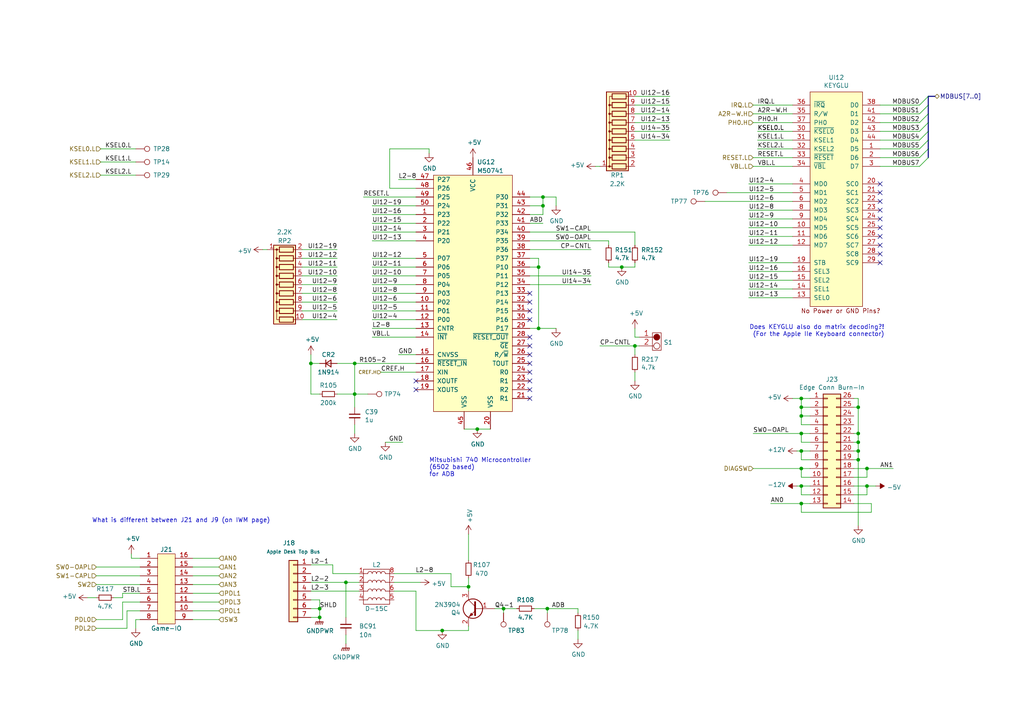
<source format=kicad_sch>
(kicad_sch (version 20211123) (generator eeschema)
  (paper "A4")
  (title_block (title "UG12, Keyboard GLU, Burn-In, Gameport") (rev "2") (company "bald.ee/bitpreserve") (comment 1 "ROM3 / 1 Mb IIgs") (comment 2 "Redrawn by james@baldengineer"))
  (lib_symbols
    (symbol "Connector:TestPoint" (pin_numbers hide) (pin_names (offset 0.762) hide)
      (property "Reference" "TP" (at 0 6.858 0))
      (property "Value" "TestPoint" (at 0 5.08 0))
      (symbol "TestPoint_1_1"
        (pin passive line (at 0 0 90) (length 2.54) (name "1") (number "1"))
      )
    )
    (symbol "Connector_Generic:Conn_01x07" (pin_names (offset 1.016) hide)
      (property "Reference" "J" (at 0 10.16 0))
      (property "Value" "Conn_01x07" (at 0 -10.16 0))
      (symbol "Conn_01x07_1_1"
        (pin passive line (at -5.08 7.62 0) (length 3.81) (name "Pin_1") (number "1"))
        (pin passive line (at -5.08 5.08 0) (length 3.81) (name "Pin_2") (number "2"))
        (pin passive line (at -5.08 2.54 0) (length 3.81) (name "Pin_3") (number "3"))
        (pin passive line (at -5.08 0 0) (length 3.81) (name "Pin_4") (number "4"))
        (pin passive line (at -5.08 -2.54 0) (length 3.81) (name "Pin_5") (number "5"))
        (pin passive line (at -5.08 -5.08 0) (length 3.81) (name "Pin_6") (number "6"))
        (pin passive line (at -5.08 -7.62 0) (length 3.81) (name "Pin_7") (number "7"))
      )
    )
    (symbol "Connector_Generic:Conn_02x13_Counter_Clockwise" (pin_names (offset 1.016) hide)
      (property "Reference" "J" (at 1.27 17.78 0))
      (property "Value" "Conn_02x13_Counter_Clockwise" (at 1.27 -17.78 0))
      (symbol "Conn_02x13_Counter_Clockwise_1_1"
        (pin passive line (at -5.08 15.24 0) (length 3.81) (name "Pin_1") (number "1"))
        (pin passive line (at -5.08 -7.62 0) (length 3.81) (name "Pin_10") (number "10"))
        (pin passive line (at -5.08 -10.16 0) (length 3.81) (name "Pin_11") (number "11"))
        (pin passive line (at -5.08 -12.7 0) (length 3.81) (name "Pin_12") (number "12"))
        (pin passive line (at -5.08 -15.24 0) (length 3.81) (name "Pin_13") (number "13"))
        (pin passive line (at 7.62 -15.24 180) (length 3.81) (name "Pin_14") (number "14"))
        (pin passive line (at 7.62 -12.7 180) (length 3.81) (name "Pin_15") (number "15"))
        (pin passive line (at 7.62 -10.16 180) (length 3.81) (name "Pin_16") (number "16"))
        (pin passive line (at 7.62 -7.62 180) (length 3.81) (name "Pin_17") (number "17"))
        (pin passive line (at 7.62 -5.08 180) (length 3.81) (name "Pin_18") (number "18"))
        (pin passive line (at 7.62 -2.54 180) (length 3.81) (name "Pin_19") (number "19"))
        (pin passive line (at -5.08 12.7 0) (length 3.81) (name "Pin_2") (number "2"))
        (pin passive line (at 7.62 0 180) (length 3.81) (name "Pin_20") (number "20"))
        (pin passive line (at 7.62 2.54 180) (length 3.81) (name "Pin_21") (number "21"))
        (pin passive line (at 7.62 5.08 180) (length 3.81) (name "Pin_22") (number "22"))
        (pin passive line (at 7.62 7.62 180) (length 3.81) (name "Pin_23") (number "23"))
        (pin passive line (at 7.62 10.16 180) (length 3.81) (name "Pin_24") (number "24"))
        (pin passive line (at 7.62 12.7 180) (length 3.81) (name "Pin_25") (number "25"))
        (pin passive line (at 7.62 15.24 180) (length 3.81) (name "Pin_26") (number "26"))
        (pin passive line (at -5.08 10.16 0) (length 3.81) (name "Pin_3") (number "3"))
        (pin passive line (at -5.08 7.62 0) (length 3.81) (name "Pin_4") (number "4"))
        (pin passive line (at -5.08 5.08 0) (length 3.81) (name "Pin_5") (number "5"))
        (pin passive line (at -5.08 2.54 0) (length 3.81) (name "Pin_6") (number "6"))
        (pin passive line (at -5.08 0 0) (length 3.81) (name "Pin_7") (number "7"))
        (pin passive line (at -5.08 -2.54 0) (length 3.81) (name "Pin_8") (number "8"))
        (pin passive line (at -5.08 -5.08 0) (length 3.81) (name "Pin_9") (number "9"))
      )
    )
    (symbol "Device:C_Small" (pin_numbers hide) (pin_names (offset 0.254) hide)
      (property "Reference" "C" (at 0.254 1.778 0))
      (property "Value" "C_Small" (at 0.254 -2.032 0))
      (symbol "C_Small_1_1"
        (pin passive line (at 0 2.54 270) (length 2.032) (name "~") (number "1"))
        (pin passive line (at 0 -2.54 90) (length 2.032) (name "~") (number "2"))
      )
    )
    (symbol "Device:D_Small" (pin_numbers hide) (pin_names (offset 0.254) hide)
      (property "Reference" "D" (at -1.27 2.032 0))
      (property "Value" "D_Small" (at -3.81 -2.032 0))
      (symbol "D_Small_1_1"
        (pin passive line (at -2.54 0 0) (length 1.778) (name "K") (number "1"))
        (pin passive line (at 2.54 0 180) (length 1.778) (name "A") (number "2"))
      )
    )
    (symbol "Device:Q_NPN_BEC" (pin_names (offset 0) hide)
      (property "Reference" "Q" (at 5.08 1.27 0))
      (property "Value" "Q_NPN_BEC" (at 5.08 -1.27 0))
      (symbol "Q_NPN_BEC_1_1"
        (pin input line (at -5.08 0 0) (length 5.715) (name "B") (number "1"))
        (pin passive line (at 2.54 -5.08 90) (length 2.54) (name "E") (number "2"))
        (pin passive line (at 2.54 5.08 270) (length 2.54) (name "C") (number "3"))
      )
    )
    (symbol "Device:R_Network09" (pin_names (offset 0) hide)
      (property "Reference" "RN" (at -12.7 0 90))
      (property "Value" "R_Network09" (at 12.7 0 90))
      (symbol "R_Network09_1_1"
        (pin passive line (at -10.16 5.08 270) (length 2.54) (name "common") (number "1"))
        (pin passive line (at 10.16 -5.08 90) (length 1.27) (name "R9") (number "10"))
        (pin passive line (at -10.16 -5.08 90) (length 1.27) (name "R1") (number "2"))
        (pin passive line (at -7.62 -5.08 90) (length 1.27) (name "R2") (number "3"))
        (pin passive line (at -5.08 -5.08 90) (length 1.27) (name "R3") (number "4"))
        (pin passive line (at -2.54 -5.08 90) (length 1.27) (name "R4") (number "5"))
        (pin passive line (at 0 -5.08 90) (length 1.27) (name "R5") (number "6"))
        (pin passive line (at 2.54 -5.08 90) (length 1.27) (name "R6") (number "7"))
        (pin passive line (at 5.08 -5.08 90) (length 1.27) (name "R7") (number "8"))
        (pin passive line (at 7.62 -5.08 90) (length 1.27) (name "R8") (number "9"))
      )
    )
    (symbol "Device:R_Small" (pin_numbers hide) (pin_names (offset 0.254) hide)
      (property "Reference" "R" (at 0.762 0.508 0))
      (property "Value" "R_Small" (at 0.762 -1.016 0))
      (symbol "R_Small_1_1"
        (pin passive line (at 0 2.54 270) (length 0.762) (name "~") (number "1"))
        (pin passive line (at 0 -2.54 90) (length 0.762) (name "~") (number "2"))
      )
    )
    (symbol "IIgs-Schematic-rescue:L-Pack-IIgs-Schematic-IIgs-Schematic-rescue" (pin_names (offset 0.0254) hide)
      (property "Reference" "L" (at -2.54 6.35 0))
      (property "Value" "IIgs-Schematic-rescue_L-Pack-IIgs-Schematic-IIgs-Schematic-rescue" (at 0 -6.35 0))
      (symbol "L-Pack-IIgs-Schematic-IIgs-Schematic-rescue_1_1"
        (pin passive line (at -5.08 3.81 0) (length 1.27) (name "1") (number "1"))
        (pin passive line (at -5.08 1.27 0) (length 1.27) (name "2") (number "2"))
        (pin passive line (at -5.08 -1.27 0) (length 1.27) (name "3") (number "3"))
        (pin passive line (at -5.08 -3.81 0) (length 1.27) (name "4") (number "4"))
        (pin passive line (at 5.08 -3.81 180) (length 1.27) (name "5") (number "5"))
        (pin passive line (at 5.08 -1.27 180) (length 1.27) (name "6") (number "6"))
        (pin passive line (at 5.08 1.27 180) (length 1.27) (name "7") (number "7"))
        (pin passive line (at 5.08 3.81 180) (length 1.27) (name "8") (number "8"))
      )
    )
    (symbol "IIgs-Schematic-rescue:M02-freetronics_schematic-IIgs-Schematic-rescue" (pin_names (offset 0.762) hide)
      (property "Reference" "JP" (at -2.54 2.54 0))
      (property "Value" "IIgs-Schematic-rescue_M02-freetronics_schematic-IIgs-Schematic-rescue" (at -2.54 -5.08 0))
      (symbol "M02-freetronics_schematic-IIgs-Schematic-rescue_0_1"
        (pin passive line (at -7.62 0 0) (length 4.191) (name "1") (number "1"))
        (pin passive line (at -7.62 -2.54 0) (length 4.191) (name "2") (number "2"))
      )
    )
    (symbol "IIgs-Schematic:Game-IO" (pin_names (offset 1.016))
      (property "Reference" "J" (at 0 13.97 0))
      (property "Value" "Game-IO" (at 0 11.43 0))
      (symbol "Game-IO_1_1"
        (pin input line (at -7.62 8.89 0) (length 5.08) (name "~") (number "1"))
        (pin input line (at 7.62 -6.35 180) (length 5.08) (name "~") (number "10"))
        (pin input line (at 7.62 -3.81 180) (length 5.08) (name "~") (number "11"))
        (pin input line (at 7.62 -1.27 180) (length 5.08) (name "~") (number "12"))
        (pin input line (at 7.62 1.27 180) (length 5.08) (name "~") (number "13"))
        (pin input line (at 7.62 3.81 180) (length 5.08) (name "~") (number "14"))
        (pin input line (at 7.62 6.35 180) (length 5.08) (name "~") (number "15"))
        (pin input line (at 7.62 8.89 180) (length 5.08) (name "~") (number "16"))
        (pin input line (at -7.62 6.35 0) (length 5.08) (name "~") (number "2"))
        (pin input line (at -7.62 3.81 0) (length 5.08) (name "~") (number "3"))
        (pin input line (at -7.62 1.27 0) (length 5.08) (name "~") (number "4"))
        (pin input line (at -7.62 -1.27 0) (length 5.08) (name "~") (number "5"))
        (pin input line (at -7.62 -3.81 0) (length 5.08) (name "~") (number "6"))
        (pin input line (at -7.62 -6.35 0) (length 5.08) (name "~") (number "7"))
        (pin input line (at -7.62 -8.89 0) (length 5.08) (name "~") (number "8"))
        (pin input line (at 7.62 -8.89 180) (length 5.08) (name "~") (number "9"))
      )
    )
    (symbol "IIgs-Schematic:KEYGLU" (pin_names (offset 1.016))
      (property "Reference" "U" (at -7.62 34.29 0))
      (property "Value" "KEYGLU" (at -7.62 31.75 0))
      (symbol "KEYGLU_0_0"
        (text "No Power or GND Pins?" (at 1.27 -33.02 0) (effects (font (size 1.27 1.27))))
      )
      (symbol "KEYGLU_1_1"
        (pin input line (at 12.7 13.97 180) (length 5.08) (name "D5") (number "1"))
        (pin input line (at -12.7 -8.89 0) (length 5.08) (name "MD5") (number "10"))
        (pin input line (at -12.7 -11.43 0) (length 5.08) (name "MD6") (number "11"))
        (pin input line (at -12.7 -13.97 0) (length 5.08) (name "MD7") (number "12"))
        (pin input line (at -12.7 -29.21 0) (length 5.08) (name "SEL0") (number "13"))
        (pin input line (at -12.7 -26.67 0) (length 5.08) (name "SEL1") (number "14"))
        (pin input line (at -12.7 -24.13 0) (length 5.08) (name "SEL2") (number "15"))
        (pin input line (at -12.7 -21.59 0) (length 5.08) (name "SEL3") (number "16"))
        (pin input line (at -12.7 -19.05 0) (length 5.08) (name "STB") (number "19"))
        (pin input line (at 12.7 11.43 180) (length 5.08) (name "D6") (number "2"))
        (pin input line (at 12.7 3.81 180) (length 5.08) (name "SC0") (number "20"))
        (pin input line (at 12.7 1.27 180) (length 5.08) (name "SC1") (number "21"))
        (pin input line (at 12.7 -1.27 180) (length 5.08) (name "SC2") (number "22"))
        (pin input line (at 12.7 -3.81 180) (length 5.08) (name "SC3") (number "23"))
        (pin input line (at 12.7 -6.35 180) (length 5.08) (name "SC4") (number "24"))
        (pin input line (at 12.7 -8.89 180) (length 5.08) (name "SC5") (number "25"))
        (pin input line (at 12.7 -11.43 180) (length 5.08) (name "SC6") (number "26"))
        (pin input line (at 12.7 -13.97 180) (length 5.08) (name "SC7") (number "27"))
        (pin input line (at 12.7 -16.51 180) (length 5.08) (name "SC8") (number "28"))
        (pin input line (at 12.7 -19.05 180) (length 5.08) (name "SC9") (number "29"))
        (pin input line (at 12.7 8.89 180) (length 5.08) (name "D7") (number "3"))
        (pin input line (at -12.7 19.05 0) (length 5.08) (name "~{KSEL0}") (number "30"))
        (pin input line (at -12.7 16.51 0) (length 5.08) (name "KSEL1") (number "31"))
        (pin input line (at -12.7 13.97 0) (length 5.08) (name "KSEL2") (number "32"))
        (pin input line (at -12.7 11.43 0) (length 5.08) (name "~{RESET}") (number "33"))
        (pin input line (at -12.7 8.89 0) (length 5.08) (name "~{VBL}") (number "34"))
        (pin input line (at -12.7 24.13 0) (length 5.08) (name "R/W") (number "35"))
        (pin input line (at -12.7 26.67 0) (length 5.08) (name "~{IRQ}") (number "36"))
        (pin input line (at -12.7 21.59 0) (length 5.08) (name "PH0") (number "37"))
        (pin input line (at 12.7 26.67 180) (length 5.08) (name "D0") (number "38"))
        (pin input line (at -12.7 3.81 0) (length 5.08) (name "MD0") (number "4"))
        (pin input line (at 12.7 24.13 180) (length 5.08) (name "D1") (number "41"))
        (pin input line (at 12.7 21.59 180) (length 5.08) (name "D2") (number "42"))
        (pin input line (at 12.7 19.05 180) (length 5.08) (name "D3") (number "43"))
        (pin input line (at 12.7 16.51 180) (length 5.08) (name "D4") (number "44"))
        (pin input line (at -12.7 1.27 0) (length 5.08) (name "MD1") (number "5"))
        (pin input line (at -12.7 -1.27 0) (length 5.08) (name "MD2") (number "6"))
        (pin input line (at -12.7 -3.81 0) (length 5.08) (name "MD3") (number "8"))
        (pin input line (at -12.7 -6.35 0) (length 5.08) (name "MD4") (number "9"))
      )
    )
    (symbol "IIgs-Schematic:M50741" (pin_names (offset 1.016))
      (property "Reference" "U" (at -11.43 38.1 0))
      (property "Value" "M50741" (at -11.43 35.56 0))
      (symbol "M50741_1_1"
        (pin input line (at -16.51 21.59 0) (length 5.08) (name "P23") (number "1"))
        (pin input line (at -16.51 -3.81 0) (length 5.08) (name "P02") (number "10"))
        (pin input line (at -16.51 -6.35 0) (length 5.08) (name "P01") (number "11"))
        (pin input line (at -16.51 -8.89 0) (length 5.08) (name "P00") (number "12"))
        (pin input line (at -16.51 -11.43 0) (length 5.08) (name "CNTR") (number "13"))
        (pin input line (at -16.51 -13.97 0) (length 5.08) (name "~{INT}") (number "14"))
        (pin input line (at -16.51 -19.05 0) (length 5.08) (name "CNVSS") (number "15"))
        (pin input line (at -16.51 -21.59 0) (length 5.08) (name "~{RESET_IN}") (number "16"))
        (pin input line (at -16.51 -24.13 0) (length 5.08) (name "XIN") (number "17"))
        (pin input line (at -16.51 -26.67 0) (length 5.08) (name "XOUTF") (number "18"))
        (pin input line (at -16.51 -29.21 0) (length 5.08) (name "XOUTS") (number "19"))
        (pin input line (at -16.51 19.05 0) (length 5.08) (name "P22") (number "2"))
        (pin input line (at 5.08 -40.64 90) (length 5.08) (name "VSS") (number "20"))
        (pin input line (at 16.51 -31.75 180) (length 5.08) (name "R1") (number "21"))
        (pin input line (at 16.51 -29.21 180) (length 5.08) (name "R2") (number "22"))
        (pin input line (at 16.51 -26.67 180) (length 5.08) (name "R1") (number "23"))
        (pin input line (at 16.51 -24.13 180) (length 5.08) (name "R0") (number "24"))
        (pin input line (at 16.51 -21.59 180) (length 5.08) (name "TOUT") (number "25"))
        (pin input line (at 16.51 -19.05 180) (length 5.08) (name "R/~{W}") (number "26"))
        (pin input line (at 16.51 -16.51 180) (length 5.08) (name "~{GE}") (number "27"))
        (pin input line (at 16.51 -13.97 180) (length 5.08) (name "~{RESET_OUT}") (number "28"))
        (pin input line (at 16.51 -11.43 180) (length 5.08) (name "P17") (number "29"))
        (pin input line (at -16.51 16.51 0) (length 5.08) (name "P21") (number "3"))
        (pin input line (at 16.51 -8.89 180) (length 5.08) (name "P16") (number "30"))
        (pin input line (at 16.51 -6.35 180) (length 5.08) (name "P15") (number "31"))
        (pin input line (at 16.51 -3.81 180) (length 5.08) (name "P14") (number "32"))
        (pin input line (at 16.51 -1.27 180) (length 5.08) (name "P13") (number "33"))
        (pin input line (at 16.51 1.27 180) (length 5.08) (name "P12") (number "34"))
        (pin input line (at 16.51 3.81 180) (length 5.08) (name "P11") (number "35"))
        (pin input line (at 16.51 6.35 180) (length 5.08) (name "P10") (number "36"))
        (pin input line (at 16.51 8.89 180) (length 5.08) (name "P37") (number "37"))
        (pin input line (at 16.51 11.43 180) (length 5.08) (name "P36") (number "38"))
        (pin input line (at 16.51 13.97 180) (length 5.08) (name "P35") (number "39"))
        (pin input line (at -16.51 13.97 0) (length 5.08) (name "P20") (number "4"))
        (pin input line (at 16.51 16.51 180) (length 5.08) (name "P34") (number "40"))
        (pin input line (at 16.51 19.05 180) (length 5.08) (name "P33") (number "41"))
        (pin input line (at 16.51 21.59 180) (length 5.08) (name "P32") (number "42"))
        (pin input line (at 16.51 24.13 180) (length 5.08) (name "P31") (number "43"))
        (pin input line (at 16.51 26.67 180) (length 5.08) (name "P30") (number "44"))
        (pin input line (at -2.54 -40.64 90) (length 5.08) (name "VSS") (number "45"))
        (pin input line (at 0 38.1 270) (length 5.08) (name "VCC") (number "46"))
        (pin input line (at -16.51 31.75 0) (length 5.08) (name "P27") (number "47"))
        (pin input line (at -16.51 29.21 0) (length 5.08) (name "P26") (number "48"))
        (pin input line (at -16.51 26.67 0) (length 5.08) (name "P25") (number "49"))
        (pin input line (at -16.51 8.89 0) (length 5.08) (name "P07") (number "5"))
        (pin input line (at -16.51 24.13 0) (length 5.08) (name "P24") (number "50"))
        (pin input line (at -16.51 6.35 0) (length 5.08) (name "P06") (number "6"))
        (pin input line (at -16.51 3.81 0) (length 5.08) (name "P05") (number "7"))
        (pin input line (at -16.51 1.27 0) (length 5.08) (name "P04") (number "8"))
        (pin input line (at -16.51 -1.27 0) (length 5.08) (name "P03") (number "9"))
      )
    )
    (symbol "power:+12V" (power) (pin_names (offset 0))
      (property "Value" "+12V" (at 0 3.556 0))
      (symbol "+12V_1_1"
        (pin power_in line (at 0 0 90) (length 0) hide (name "+12V") (number "1"))
      )
    )
    (symbol "power:+5V" (power) (pin_names (offset 0))
      (property "Value" "+5V" (at 0 3.556 0))
      (symbol "+5V_1_1"
        (pin power_in line (at 0 0 90) (length 0) hide (name "+5V") (number "1"))
      )
    )
    (symbol "power:-12V" (power) (pin_names (offset 0))
      (property "Value" "-12V" (at 0 3.81 0))
      (symbol "-12V_0_0"
        (pin power_in line (at 0 0 90) (length 0) hide (name "-12V") (number "1"))
      )
    )
    (symbol "power:-5V" (power) (pin_names (offset 0))
      (property "Value" "-5V" (at 0 3.81 0))
      (symbol "-5V_0_0"
        (pin power_in line (at 0 0 90) (length 0) hide (name "-5V") (number "1"))
      )
    )
    (symbol "power:GND" (power) (pin_names (offset 0))
      (property "Value" "GND" (at 0 -3.81 0))
      (symbol "GND_1_1"
        (pin power_in line (at 0 0 270) (length 0) hide (name "GND") (number "1"))
      )
    )
    (symbol "power:GNDPWR" (power) (pin_names (offset 0))
      (property "Value" "GNDPWR" (at 0 -3.302 0))
      (symbol "GNDPWR_1_1"
        (pin power_in line (at 0 0 270) (length 0) hide (name "GNDPWR") (number "1"))
      )
    )
  )
  (junction (at 102.87 105.41))
  (junction (at 92.71 176.53))
  (junction (at 184.15 100.33))
  (junction (at 232.41 118.11))
  (junction (at 180.34 77.47))
  (junction (at 100.33 168.91))
  (junction (at 158.75 176.53))
  (junction (at 232.41 130.81))
  (junction (at 92.71 179.07))
  (junction (at 248.92 118.11))
  (junction (at 156.21 77.47))
  (junction (at 232.41 125.73))
  (junction (at 157.48 57.15))
  (junction (at 251.46 140.97))
  (junction (at 232.41 135.89))
  (junction (at 102.87 114.3))
  (junction (at 128.27 182.88))
  (junction (at 251.46 135.89))
  (junction (at 156.21 95.25))
  (junction (at 232.41 115.57))
  (junction (at 90.17 105.41))
  (junction (at 232.41 146.05))
  (junction (at 232.41 120.65))
  (junction (at 157.48 59.69))
  (junction (at 248.92 130.81))
  (junction (at 248.92 128.27))
  (junction (at 138.43 124.46))
  (junction (at 248.92 125.73))
  (junction (at 232.41 140.97))
  (junction (at 146.05 176.53))
  (junction (at 248.92 133.35))
  (junction (at 135.89 170.18))
  (no_connect (at 255.27 53.34))
  (no_connect (at 255.27 68.58))
  (no_connect (at 153.67 97.79))
  (no_connect (at 255.27 76.2))
  (no_connect (at 153.67 107.95))
  (no_connect (at 255.27 73.66))
  (no_connect (at 255.27 71.12))
  (no_connect (at 255.27 66.04))
  (no_connect (at 153.67 105.41))
  (no_connect (at 255.27 58.42))
  (no_connect (at 255.27 55.88))
  (no_connect (at 255.27 60.96))
  (no_connect (at 255.27 63.5))
  (no_connect (at 153.67 102.87))
  (no_connect (at 153.67 115.57))
  (no_connect (at 153.67 92.71))
  (no_connect (at 153.67 85.09))
  (no_connect (at 153.67 100.33))
  (no_connect (at 120.65 113.03))
  (no_connect (at 153.67 90.17))
  (no_connect (at 153.67 110.49))
  (no_connect (at 120.65 110.49))
  (no_connect (at 153.67 113.03))
  (no_connect (at 153.67 87.63))
  (bus_entry (at 266.7 33.02) (size 2.54 -2.54))
  (bus_entry (at 266.7 45.72) (size 2.54 -2.54))
  (bus_entry (at 266.7 48.26) (size 2.54 -2.54))
  (bus_entry (at 266.7 35.56) (size 2.54 -2.54))
  (bus_entry (at 266.7 40.64) (size 2.54 -2.54))
  (bus_entry (at 266.7 38.1) (size 2.54 -2.54))
  (bus_entry (at 266.7 30.48) (size 2.54 -2.54))
  (bus_entry (at 266.7 43.18) (size 2.54 -2.54))
  (wire (pts (xy 184.15 97.79) (xy 184.15 95.25)))
  (wire (pts (xy 90.17 114.3) (xy 92.71 114.3)))
  (wire (pts (xy 167.64 182.88) (xy 167.64 185.42)))
  (wire (pts (xy 157.48 57.15) (xy 157.48 59.69)))
  (wire (pts (xy 157.48 59.69) (xy 153.67 59.69)))
  (wire (pts (xy 247.65 130.81) (xy 248.92 130.81)))
  (wire (pts (xy 33.02 173.355) (xy 35.56 173.355)))
  (wire (pts (xy 184.15 38.1) (xy 194.31 38.1)))
  (wire (pts (xy 92.71 176.53) (xy 90.17 176.53)))
  (wire (pts (xy 130.81 166.37) (xy 130.81 170.18)))
  (wire (pts (xy 87.63 80.01) (xy 97.79 80.01)))
  (wire (pts (xy 96.52 166.37) (xy 104.14 166.37)))
  (wire (pts (xy 248.92 125.73) (xy 248.92 118.11)))
  (wire (pts (xy 158.75 176.53) (xy 167.64 176.53)))
  (wire (pts (xy 63.5 179.705) (xy 55.88 179.705)))
  (wire (pts (xy 107.95 97.79) (xy 120.65 97.79)))
  (wire (pts (xy 232.41 143.51) (xy 232.41 140.97)))
  (wire (pts (xy 185.42 97.79) (xy 184.15 97.79)))
  (wire (pts (xy 229.87 66.04) (xy 217.17 66.04)))
  (wire (pts (xy 120.65 85.09) (xy 107.95 85.09)))
  (wire (pts (xy 266.7 30.48) (xy 255.27 30.48)))
  (wire (pts (xy 87.63 77.47) (xy 97.79 77.47)))
  (wire (pts (xy 254 140.97) (xy 251.46 140.97)))
  (wire (pts (xy 153.67 64.77) (xy 157.48 64.77)))
  (wire (pts (xy 218.44 33.02) (xy 229.87 33.02)))
  (wire (pts (xy 219.71 43.18) (xy 229.87 43.18)))
  (wire (pts (xy 115.57 52.07) (xy 120.65 52.07)))
  (wire (pts (xy 157.48 62.23) (xy 157.48 59.69)))
  (wire (pts (xy 266.7 33.02) (xy 255.27 33.02)))
  (wire (pts (xy 120.65 54.61) (xy 113.03 54.61)))
  (wire (pts (xy 87.63 72.39) (xy 97.79 72.39)))
  (wire (pts (xy 107.95 69.85) (xy 120.65 69.85)))
  (wire (pts (xy 102.87 114.3) (xy 106.68 114.3)))
  (wire (pts (xy 153.67 82.55) (xy 171.45 82.55)))
  (wire (pts (xy 120.65 82.55) (xy 107.95 82.55)))
  (wire (pts (xy 134.62 124.46) (xy 138.43 124.46)))
  (wire (pts (xy 29.21 46.99) (xy 39.37 46.99)))
  (wire (pts (xy 229.87 76.2) (xy 217.17 76.2)))
  (wire (pts (xy 248.92 118.11) (xy 247.65 118.11)))
  (wire (pts (xy 40.64 174.625) (xy 35.56 174.625)))
  (wire (pts (xy 194.31 35.56) (xy 184.15 35.56)))
  (wire (pts (xy 219.71 38.1) (xy 229.87 38.1)))
  (wire (pts (xy 184.15 100.33) (xy 184.15 102.87)))
  (wire (pts (xy 217.17 81.28) (xy 229.87 81.28)))
  (wire (pts (xy 247.65 125.73) (xy 248.92 125.73)))
  (wire (pts (xy 36.83 182.245) (xy 27.94 182.245)))
  (wire (pts (xy 251.46 143.51) (xy 247.65 143.51)))
  (wire (pts (xy 39.37 179.705) (xy 39.37 182.245)))
  (wire (pts (xy 158.75 177.8) (xy 158.75 176.53)))
  (wire (pts (xy 247.65 146.05) (xy 252.73 146.05)))
  (wire (pts (xy 161.29 57.15) (xy 161.29 59.69)))
  (wire (pts (xy 219.71 40.64) (xy 229.87 40.64)))
  (wire (pts (xy 153.67 72.39) (xy 171.45 72.39)))
  (bus (pts (xy 269.24 35.56) (xy 269.24 33.02)))
  (wire (pts (xy 96.52 163.83) (xy 90.17 163.83)))
  (wire (pts (xy 153.67 69.85) (xy 176.53 69.85)))
  (bus (pts (xy 269.24 27.94) (xy 271.145 27.94)))
  (wire (pts (xy 234.95 123.19) (xy 232.41 123.19)))
  (wire (pts (xy 251.46 140.97) (xy 251.46 143.51)))
  (wire (pts (xy 173.99 48.26) (xy 172.72 48.26)))
  (wire (pts (xy 248.92 130.81) (xy 248.92 128.27)))
  (wire (pts (xy 90.17 102.87) (xy 90.17 105.41)))
  (bus (pts (xy 269.24 45.72) (xy 269.24 43.18)))
  (wire (pts (xy 135.89 182.88) (xy 135.89 181.61)))
  (wire (pts (xy 63.5 161.925) (xy 55.88 161.925)))
  (wire (pts (xy 114.3 168.91) (xy 121.92 168.91)))
  (wire (pts (xy 266.7 45.72) (xy 255.27 45.72)))
  (wire (pts (xy 113.03 43.18) (xy 113.03 54.61)))
  (wire (pts (xy 176.53 69.85) (xy 176.53 71.12)))
  (wire (pts (xy 248.92 133.35) (xy 248.92 152.4)))
  (wire (pts (xy 232.41 125.73) (xy 234.95 125.73)))
  (wire (pts (xy 232.41 115.57) (xy 234.95 115.57)))
  (wire (pts (xy 63.5 169.545) (xy 55.88 169.545)))
  (wire (pts (xy 143.51 176.53) (xy 146.05 176.53)))
  (wire (pts (xy 156.21 77.47) (xy 156.21 95.25)))
  (wire (pts (xy 107.95 95.25) (xy 120.65 95.25)))
  (wire (pts (xy 35.56 173.355) (xy 35.56 172.085)))
  (wire (pts (xy 120.65 87.63) (xy 107.95 87.63)))
  (wire (pts (xy 247.65 140.97) (xy 251.46 140.97)))
  (wire (pts (xy 27.94 169.545) (xy 40.64 169.545)))
  (wire (pts (xy 229.87 63.5) (xy 217.17 63.5)))
  (wire (pts (xy 229.87 60.96) (xy 217.17 60.96)))
  (wire (pts (xy 63.5 167.005) (xy 55.88 167.005)))
  (wire (pts (xy 90.17 179.07) (xy 92.71 179.07)))
  (wire (pts (xy 251.46 135.89) (xy 259.08 135.89)))
  (wire (pts (xy 234.95 138.43) (xy 232.41 138.43)))
  (wire (pts (xy 157.48 57.15) (xy 161.29 57.15)))
  (bus (pts (xy 269.24 43.18) (xy 269.24 40.64)))
  (wire (pts (xy 266.7 38.1) (xy 255.27 38.1)))
  (wire (pts (xy 128.27 182.88) (xy 135.89 182.88)))
  (wire (pts (xy 35.56 174.625) (xy 35.56 179.705)))
  (wire (pts (xy 40.64 179.705) (xy 39.37 179.705)))
  (wire (pts (xy 217.17 53.34) (xy 229.87 53.34)))
  (wire (pts (xy 247.65 133.35) (xy 248.92 133.35)))
  (wire (pts (xy 194.31 40.64) (xy 184.15 40.64)))
  (wire (pts (xy 90.17 105.41) (xy 92.71 105.41)))
  (wire (pts (xy 234.95 118.11) (xy 232.41 118.11)))
  (wire (pts (xy 135.89 170.18) (xy 135.89 171.45)))
  (wire (pts (xy 180.34 77.47) (xy 184.15 77.47)))
  (wire (pts (xy 107.95 62.23) (xy 120.65 62.23)))
  (wire (pts (xy 107.95 77.47) (xy 120.65 77.47)))
  (wire (pts (xy 110.49 107.95) (xy 120.65 107.95)))
  (wire (pts (xy 97.79 105.41) (xy 102.87 105.41)))
  (wire (pts (xy 100.33 168.91) (xy 100.33 179.07)))
  (wire (pts (xy 29.21 43.18) (xy 39.37 43.18)))
  (wire (pts (xy 35.56 172.085) (xy 40.64 172.085)))
  (wire (pts (xy 87.63 85.09) (xy 97.79 85.09)))
  (wire (pts (xy 153.67 74.93) (xy 156.21 74.93)))
  (bus (pts (xy 269.24 33.02) (xy 269.24 30.48)))
  (wire (pts (xy 232.41 120.65) (xy 232.41 118.11)))
  (wire (pts (xy 120.65 59.69) (xy 107.95 59.69)))
  (wire (pts (xy 120.65 182.88) (xy 128.27 182.88)))
  (wire (pts (xy 107.95 67.31) (xy 120.65 67.31)))
  (wire (pts (xy 63.5 177.165) (xy 55.88 177.165)))
  (wire (pts (xy 223.52 146.05) (xy 232.41 146.05)))
  (wire (pts (xy 40.64 177.165) (xy 36.83 177.165)))
  (wire (pts (xy 252.73 146.05) (xy 252.73 148.59)))
  (wire (pts (xy 38.1 161.925) (xy 38.1 160.655)))
  (wire (pts (xy 146.05 176.53) (xy 149.86 176.53)))
  (wire (pts (xy 102.87 114.3) (xy 102.87 118.11)))
  (wire (pts (xy 204.47 58.42) (xy 229.87 58.42)))
  (wire (pts (xy 234.95 120.65) (xy 232.41 120.65)))
  (wire (pts (xy 248.92 133.35) (xy 248.92 130.81)))
  (wire (pts (xy 87.63 74.93) (xy 97.79 74.93)))
  (wire (pts (xy 217.17 86.36) (xy 229.87 86.36)))
  (wire (pts (xy 247.65 128.27) (xy 248.92 128.27)))
  (wire (pts (xy 176.53 77.47) (xy 180.34 77.47)))
  (wire (pts (xy 234.95 146.05) (xy 232.41 146.05)))
  (wire (pts (xy 232.41 138.43) (xy 232.41 135.89)))
  (wire (pts (xy 232.41 125.73) (xy 218.44 125.73)))
  (wire (pts (xy 120.65 90.17) (xy 107.95 90.17)))
  (wire (pts (xy 232.41 123.19) (xy 232.41 120.65)))
  (wire (pts (xy 113.03 43.18) (xy 124.46 43.18)))
  (wire (pts (xy 100.33 184.15) (xy 100.33 186.69)))
  (wire (pts (xy 146.05 176.53) (xy 146.05 177.8)))
  (wire (pts (xy 92.71 173.99) (xy 92.71 176.53)))
  (wire (pts (xy 97.79 87.63) (xy 87.63 87.63)))
  (wire (pts (xy 102.87 123.19) (xy 102.87 125.73)))
  (wire (pts (xy 218.44 30.48) (xy 229.87 30.48)))
  (wire (pts (xy 96.52 166.37) (xy 96.52 163.83)))
  (wire (pts (xy 231.14 140.97) (xy 232.41 140.97)))
  (wire (pts (xy 232.41 135.89) (xy 234.95 135.89)))
  (wire (pts (xy 184.15 100.33) (xy 185.42 100.33)))
  (wire (pts (xy 184.15 107.95) (xy 184.15 110.49)))
  (wire (pts (xy 92.71 179.07) (xy 92.71 176.53)))
  (wire (pts (xy 229.87 68.58) (xy 217.17 68.58)))
  (wire (pts (xy 232.41 140.97) (xy 234.95 140.97)))
  (wire (pts (xy 248.92 128.27) (xy 248.92 125.73)))
  (wire (pts (xy 232.41 128.27) (xy 232.41 125.73)))
  (wire (pts (xy 135.89 154.94) (xy 135.89 162.56)))
  (wire (pts (xy 153.67 67.31) (xy 184.15 67.31)))
  (wire (pts (xy 102.87 105.41) (xy 120.65 105.41)))
  (wire (pts (xy 217.17 78.74) (xy 229.87 78.74)))
  (wire (pts (xy 100.33 168.91) (xy 104.14 168.91)))
  (wire (pts (xy 156.21 74.93) (xy 156.21 77.47)))
  (wire (pts (xy 115.57 102.87) (xy 120.65 102.87)))
  (wire (pts (xy 124.46 43.18) (xy 124.46 44.45)))
  (wire (pts (xy 27.94 164.465) (xy 40.64 164.465)))
  (wire (pts (xy 90.17 171.45) (xy 104.14 171.45)))
  (wire (pts (xy 27.94 167.005) (xy 40.64 167.005)))
  (wire (pts (xy 40.64 161.925) (xy 38.1 161.925)))
  (wire (pts (xy 234.95 143.51) (xy 232.41 143.51)))
  (wire (pts (xy 234.95 128.27) (xy 232.41 128.27)))
  (wire (pts (xy 102.87 114.3) (xy 102.87 105.41)))
  (wire (pts (xy 156.21 95.25) (xy 161.29 95.25)))
  (wire (pts (xy 232.41 118.11) (xy 232.41 115.57)))
  (wire (pts (xy 63.5 174.625) (xy 55.88 174.625)))
  (wire (pts (xy 218.44 35.56) (xy 229.87 35.56)))
  (wire (pts (xy 232.41 146.05) (xy 232.41 148.59)))
  (wire (pts (xy 120.65 64.77) (xy 107.95 64.77)))
  (wire (pts (xy 210.82 55.88) (xy 229.87 55.88)))
  (wire (pts (xy 90.17 173.99) (xy 92.71 173.99)))
  (wire (pts (xy 97.79 82.55) (xy 87.63 82.55)))
  (wire (pts (xy 97.79 92.71) (xy 87.63 92.71)))
  (wire (pts (xy 234.95 133.35) (xy 232.41 133.35)))
  (wire (pts (xy 184.15 27.94) (xy 194.31 27.94)))
  (wire (pts (xy 25.4 173.355) (xy 27.94 173.355)))
  (wire (pts (xy 135.89 167.64) (xy 135.89 170.18)))
  (wire (pts (xy 120.65 92.71) (xy 107.95 92.71)))
  (wire (pts (xy 130.81 170.18) (xy 135.89 170.18)))
  (wire (pts (xy 251.46 138.43) (xy 247.65 138.43)))
  (wire (pts (xy 29.21 50.8) (xy 39.37 50.8)))
  (wire (pts (xy 184.15 33.02) (xy 194.31 33.02)))
  (wire (pts (xy 247.65 115.57) (xy 248.92 115.57)))
  (wire (pts (xy 35.56 179.705) (xy 27.94 179.705)))
  (bus (pts (xy 269.24 30.48) (xy 269.24 27.94)))
  (wire (pts (xy 90.17 168.91) (xy 100.33 168.91)))
  (wire (pts (xy 251.46 135.89) (xy 251.46 138.43)))
  (wire (pts (xy 248.92 115.57) (xy 248.92 118.11)))
  (wire (pts (xy 114.3 166.37) (xy 130.81 166.37)))
  (wire (pts (xy 87.63 90.17) (xy 97.79 90.17)))
  (wire (pts (xy 231.14 130.81) (xy 232.41 130.81)))
  (wire (pts (xy 229.87 71.12) (xy 217.17 71.12)))
  (wire (pts (xy 90.17 114.3) (xy 90.17 105.41)))
  (wire (pts (xy 120.65 80.01) (xy 107.95 80.01)))
  (wire (pts (xy 266.7 43.18) (xy 255.27 43.18)))
  (wire (pts (xy 111.76 128.27) (xy 116.84 128.27)))
  (wire (pts (xy 114.3 171.45) (xy 120.65 171.45)))
  (wire (pts (xy 156.21 95.25) (xy 153.67 95.25)))
  (wire (pts (xy 232.41 133.35) (xy 232.41 130.81)))
  (wire (pts (xy 63.5 164.465) (xy 55.88 164.465)))
  (wire (pts (xy 176.53 76.2) (xy 176.53 77.47)))
  (wire (pts (xy 153.67 80.01) (xy 171.45 80.01)))
  (wire (pts (xy 247.65 135.89) (xy 251.46 135.89)))
  (wire (pts (xy 217.17 83.82) (xy 229.87 83.82)))
  (wire (pts (xy 36.83 177.165) (xy 36.83 182.245)))
  (wire (pts (xy 232.41 130.81) (xy 234.95 130.81)))
  (wire (pts (xy 184.15 76.2) (xy 184.15 77.47)))
  (bus (pts (xy 269.24 40.64) (xy 269.24 38.1)))
  (wire (pts (xy 154.94 176.53) (xy 158.75 176.53)))
  (wire (pts (xy 97.79 114.3) (xy 102.87 114.3)))
  (wire (pts (xy 153.67 57.15) (xy 157.48 57.15)))
  (wire (pts (xy 153.67 62.23) (xy 157.48 62.23)))
  (wire (pts (xy 173.99 100.33) (xy 184.15 100.33)))
  (wire (pts (xy 266.7 35.56) (xy 255.27 35.56)))
  (wire (pts (xy 194.31 30.48) (xy 184.15 30.48)))
  (wire (pts (xy 107.95 74.93) (xy 120.65 74.93)))
  (wire (pts (xy 167.64 176.53) (xy 167.64 177.8)))
  (bus (pts (xy 269.24 38.1) (xy 269.24 35.56)))
  (wire (pts (xy 138.43 124.46) (xy 142.24 124.46)))
  (wire (pts (xy 266.7 48.26) (xy 255.27 48.26)))
  (wire (pts (xy 266.7 40.64) (xy 255.27 40.64)))
  (wire (pts (xy 218.44 45.72) (xy 229.87 45.72)))
  (wire (pts (xy 232.41 115.57) (xy 229.87 115.57)))
  (wire (pts (xy 105.41 57.15) (xy 120.65 57.15)))
  (wire (pts (xy 184.15 67.31) (xy 184.15 71.12)))
  (wire (pts (xy 156.21 77.47) (xy 153.67 77.47)))
  (wire (pts (xy 218.44 48.26) (xy 229.87 48.26)))
  (wire (pts (xy 252.73 148.59) (xy 232.41 148.59)))
  (wire (pts (xy 77.47 72.39) (xy 76.2 72.39)))
  (wire (pts (xy 63.5 172.085) (xy 55.88 172.085)))
  (wire (pts (xy 232.41 135.89) (xy 218.44 135.89)))
  (wire (pts (xy 120.65 171.45) (xy 120.65 182.88)))
  (text "Does KEYGLU also do matrix decoding?!\n(For the Apple IIe Keyboard connector)" (at 256.54 97.79 180) (effects (font (size 1.27 1.27)) (justify right bottom)))
  (text "Mitsubishi 740 Microcontroller\n(6502 based)\nfor ADB" (at 124.46 138.43 0) (effects (font (size 1.27 1.27)) (justify left bottom)))
  (text "What is different between J21 and J9 (on IWM page)\n" (at 26.67 151.765 0) (effects (font (size 1.27 1.27)) (justify left bottom)))
  (label "UI12-6" (at 97.79 87.63 180))
  (label "UI12-19" (at 107.95 59.69 0))
  (label "MDBUS4" (at 266.7 40.64 180))
  (label "UI12-8" (at 97.79 85.09 180))
  (label "UI12-12" (at 107.95 74.93 0))
  (label "UI12-10" (at 107.95 80.01 0))
  (label "MDBUS0" (at 266.7 30.48 180))
  (label "Q4-1" (at 143.51 176.53 0))
  (label "UI14-35" (at 194.31 38.1 180))
  (label "UI12-11" (at 217.17 68.58 0))
  (label "UI12-13" (at 217.17 86.36 0))
  (label "UI12-10" (at 217.17 66.04 0))
  (label "UI12-16" (at 217.17 78.74 0))
  (label "VBL.L" (at 107.95 97.79 0))
  (label "UI12-19" (at 97.79 72.39 180))
  (label "CP-CNTL" (at 173.99 100.33 0))
  (label "L2-1" (at 90.17 163.83 0))
  (label "L2-3" (at 90.17 171.45 0))
  (label "PH0.H" (at 219.71 35.56 0))
  (label "KSEL2.L" (at 30.48 50.8 0))
  (label "UI12-14" (at 107.95 67.31 0))
  (label "KSEL0.L" (at 219.71 38.1 0))
  (label "L2-2" (at 90.17 168.91 0))
  (label "KSEL0.L" (at 219.71 38.1 0))
  (label "UI12-9" (at 97.79 82.55 180))
  (label "SW0-OAPL" (at 218.44 125.73 0))
  (label "UI12-5" (at 97.79 90.17 180))
  (label "UI12-16" (at 107.95 62.23 0))
  (label "UI12-15" (at 217.17 81.28 0))
  (label "KSEL0.L" (at 30.48 43.18 0))
  (label "ABD" (at 157.48 64.77 180))
  (label "UI12-14" (at 194.31 33.02 180))
  (label "KSEL1.L" (at 30.48 46.99 0))
  (label "UI12-16" (at 194.31 27.94 180))
  (label "MDBUS5" (at 266.7 43.18 180))
  (label "UI14-34" (at 171.45 82.55 180))
  (label "MDBUS3" (at 266.7 38.1 180))
  (label "UI12-5" (at 107.95 90.17 0))
  (label "SW0-OAPL" (at 171.45 69.85 180))
  (label "UI14-35" (at 171.45 80.01 180))
  (label "UI12-12" (at 97.79 74.93 180))
  (label "L2-8" (at 115.57 52.07 0))
  (label "L2-8" (at 125.73 166.37 180))
  (label "UI12-14" (at 217.17 83.82 0))
  (label "AN0" (at 223.52 146.05 0))
  (label "KSEL2.L" (at 219.71 43.18 0))
  (label "UI12-6" (at 107.95 87.63 0))
  (label "RESET.L" (at 105.41 57.15 0))
  (label "MDBUS2" (at 266.7 35.56 180))
  (label "UI12-8" (at 217.17 60.96 0))
  (label "IRQ.L" (at 219.71 30.48 0))
  (label "UI12-4" (at 107.95 92.71 0))
  (label "MDBUS1" (at 266.7 33.02 180))
  (label "R105-2" (at 104.14 105.41 0))
  (label "A2R-W.H" (at 219.71 33.02 0))
  (label "KSEL1.L" (at 219.71 40.64 0))
  (label "UI12-11" (at 107.95 77.47 0))
  (label "GND" (at 116.84 128.27 180))
  (label "UI14-34" (at 194.31 40.64 180))
  (label "UI12-9" (at 217.17 63.5 0))
  (label "VBL.L" (at 219.71 48.26 0))
  (label "CP-CNTL" (at 171.45 72.39 180))
  (label "UI12-12" (at 217.17 71.12 0))
  (label "UI12-5" (at 217.17 55.88 0))
  (label "MDBUS7" (at 266.7 48.26 180))
  (label "SW1-CAPL" (at 171.45 67.31 180))
  (label "SHLD" (at 92.71 176.53 0))
  (label "UI12-6" (at 217.17 58.42 0))
  (label "UI12-8" (at 107.95 85.09 0))
  (label "AN1" (at 259.08 135.89 180))
  (label "UI12-19" (at 217.17 76.2 0))
  (label "STB.L" (at 35.56 172.085 0))
  (label "UI12-9" (at 107.95 82.55 0))
  (label "UI12-10" (at 97.79 80.01 180))
  (label "MDBUS6" (at 266.7 45.72 180))
  (label "UI12-13" (at 107.95 69.85 0))
  (label "L2-8" (at 107.95 95.25 0))
  (label "UI12-11" (at 97.79 77.47 180))
  (label "UI12-4" (at 97.79 92.71 180))
  (label "UI12-4" (at 217.17 53.34 0))
  (label "ADB" (at 160.02 176.53 0))
  (label "RESET.L" (at 219.71 45.72 0))
  (label "CREF.H" (at 110.49 107.95 0))
  (label "UI12-15" (at 194.31 30.48 180))
  (label "UI12-15" (at 107.95 64.77 0))
  (label "UI12-13" (at 194.31 35.56 180))
  (label "GND" (at 115.57 102.87 0))
  (hierarchical_label "CREF.H" (shape input) (at 110.49 107.95 180) (effects (font (size 0.9906 0.9906))))
  (hierarchical_label "VBL.L" (shape input) (at 218.44 48.26 180))
  (hierarchical_label "AN2" (shape input) (at 63.5 167.005 0))
  (hierarchical_label "PDL1" (shape input) (at 63.5 177.165 0))
  (hierarchical_label "SW1-CAPL" (shape input) (at 27.94 167.005 180))
  (hierarchical_label "KSEL1.L" (shape input) (at 29.21 46.99 180))
  (hierarchical_label "A2R-W.H" (shape input) (at 218.44 33.02 180))
  (hierarchical_label "AN0" (shape input) (at 63.5 161.925 0))
  (hierarchical_label "PDL1" (shape input) (at 63.5 172.085 0))
  (hierarchical_label "DIAGSW" (shape input) (at 218.44 135.89 180))
  (hierarchical_label "SW0-OAPL" (shape input) (at 27.94 164.465 180))
  (hierarchical_label "PDL0" (shape input) (at 27.94 179.705 180))
  (hierarchical_label "SW2" (shape input) (at 27.94 169.545 180))
  (hierarchical_label "SW3" (shape input) (at 63.5 179.705 0))
  (hierarchical_label "AN1" (shape input) (at 63.5 164.465 0))
  (hierarchical_label "RESET.L" (shape input) (at 218.44 45.72 180))
  (hierarchical_label "KSEL0.L" (shape input) (at 29.21 43.18 180))
  (hierarchical_label "KSEL2.L" (shape input) (at 29.21 50.8 180))
  (hierarchical_label "IRQ.L" (shape input) (at 218.44 30.48 180))
  (hierarchical_label "PDL3" (shape input) (at 63.5 174.625 0))
  (hierarchical_label "MDBUS[7..0]" (shape bidirectional) (at 271.145 27.94 0))
  (hierarchical_label "PH0.H" (shape input) (at 218.44 35.56 180))
  (hierarchical_label "AN3" (shape input) (at 63.5 169.545 0))
  (hierarchical_label "PDL2" (shape input) (at 27.94 182.245 180))
  (symbol (lib_id "IIgs-Schematic:M50741") (at 137.16 83.82 0) (unit 1)
    (property "Reference" "UG12" (at 140.97 46.99 0))
    (property "Value" "M50741" (at 142.24 49.53 0))
  )
  (symbol (lib_id "IIgs-Schematic:Game-IO") (at 48.26 170.815 0) (unit 1)
    (property "Reference" "J21" (at 48.26 159.385 0))
    (property "Value" "Game-IO" (at 48.26 182.245 0))
  )
  (symbol (lib_id "IIgs-Schematic:KEYGLU") (at 242.57 57.15 0) (unit 1)
    (property "Reference" "UI12" (at 242.57 22.479 0))
    (property "Value" "KEYGLU" (at 242.57 24.7904 0))
  )
  (symbol (lib_id "Connector_Generic:Conn_02x13_Counter_Clockwise") (at 240.03 130.81 0) (unit 1)
    (property "Reference" "J23" (at 241.3 110.0582 0))
    (property "Value" "Edge Conn Burn-In" (at 241.3 112.3696 0))
  )
  (symbol (lib_id "IIgs-Schematic-rescue:M02-freetronics_schematic-IIgs-Schematic-rescue") (at 193.04 97.79 0) (unit 1)
    (property "Reference" "S1" (at 192.4812 99.314 0) (effects (justify left)))
    (property "Value" "M02-freetronics_schematic" (effects hide))
  )
  (symbol (lib_id "power:+5V") (at 184.15 95.25 0) (unit 1)
    (property "Reference" "#PWR0119" (effects hide))
    (property "Value" "+5V" (at 184.531 90.8558 0))
  )
  (symbol (lib_id "Device:R_Small") (at 184.15 105.41 0) (unit 1)
    (property "Reference" "R217" (at 185.928 104.2416 0) (effects (justify left)))
    (property "Value" "4.7k" (at 185.928 106.553 0) (effects (justify left)))
  )
  (symbol (lib_id "power:GND") (at 184.15 110.49 0) (unit 1)
    (property "Reference" "#PWR0116" (effects hide))
    (property "Value" "GND" (at 184.277 114.8842 0))
  )
  (symbol (lib_id "power:GND") (at 161.29 95.25 0) (unit 1)
    (property "Reference" "#PWR0120" (effects hide))
    (property "Value" "GND" (at 161.417 99.6442 0))
  )
  (symbol (lib_id "Device:R_Small") (at 176.53 73.66 0) (unit 1)
    (property "Reference" "R151" (at 178.308 72.4916 0) (effects (justify left)))
    (property "Value" "4.7k" (at 178.308 74.803 0) (effects (justify left)))
  )
  (symbol (lib_id "Device:R_Small") (at 184.15 73.66 0) (unit 1)
    (property "Reference" "RR152" (at 185.928 72.4916 0) (effects (justify left)))
    (property "Value" "4.7k" (at 185.928 74.803 0) (effects (justify left)))
  )
  (symbol (lib_id "power:GND") (at 180.34 77.47 0) (unit 1)
    (property "Reference" "#PWR0121" (effects hide))
    (property "Value" "GND" (at 180.467 81.8642 0))
  )
  (symbol (lib_id "power:+5V") (at 137.16 45.72 0) (unit 1)
    (property "Reference" "#PWR0129" (effects hide))
    (property "Value" "+5V" (at 137.541 41.3258 0))
  )
  (symbol (lib_id "power:GND") (at 138.43 124.46 0) (unit 1)
    (property "Reference" "#PWR0125" (effects hide))
    (property "Value" "GND" (at 138.557 128.8542 0))
  )
  (symbol (lib_id "Device:D_Small") (at 95.25 105.41 0) (unit 1)
    (property "Reference" "CR2" (at 95.25 102.87 0))
    (property "Value" "1N914" (at 95.25 107.95 0))
  )
  (symbol (lib_id "Device:C_Small") (at 102.87 120.65 0) (unit 1)
    (property "Reference" "C39" (at 105.791 119.4816 0) (effects (justify left)))
    (property "Value" "1u" (at 105.791 121.793 0) (effects (justify left)))
  )
  (symbol (lib_id "Device:R_Small") (at 95.25 114.3 270) (unit 1)
    (property "Reference" "R105" (at 95.25 111.76 90))
    (property "Value" "200k" (at 95.25 116.84 90))
  )
  (symbol (lib_id "power:+5V") (at 90.17 102.87 0) (unit 1)
    (property "Reference" "#PWR0134" (effects hide))
    (property "Value" "+5V" (at 90.551 98.4758 0))
  )
  (symbol (lib_id "Connector:TestPoint") (at 106.68 114.3 270) (unit 1)
    (property "Reference" "TP74" (at 111.4552 114.3 90) (effects (justify left)))
    (property "Value" "TestPoint" (effects hide))
  )
  (symbol (lib_id "power:GND") (at 102.87 125.73 0) (unit 1)
    (property "Reference" "#PWR0127" (effects hide))
    (property "Value" "GND" (at 102.997 130.1242 0))
  )
  (symbol (lib_id "Device:R_Small") (at 167.64 180.34 180) (unit 1)
    (property "Reference" "R150" (at 171.45 179.07 0))
    (property "Value" "4.7K" (at 171.45 181.61 0))
  )
  (symbol (lib_id "power:GND") (at 167.64 185.42 0) (unit 1)
    (property "Reference" "#PWR0140" (effects hide))
    (property "Value" "GND" (at 167.767 189.8142 0))
  )
  (symbol (lib_id "Connector:TestPoint") (at 158.75 177.8 180) (unit 1)
    (property "Reference" "TP78" (at 160.02 182.88 0) (effects (justify right)))
    (property "Value" "TestPoint" (effects hide))
  )
  (symbol (lib_id "Connector:TestPoint") (at 146.05 177.8 180) (unit 1)
    (property "Reference" "TP83" (at 147.32 182.88 0) (effects (justify right)))
    (property "Value" "TestPoint" (effects hide))
  )
  (symbol (lib_id "Device:R_Small") (at 152.4 176.53 270) (unit 1)
    (property "Reference" "R108" (at 152.4 173.99 90))
    (property "Value" "4.7K" (at 152.4 179.07 90))
  )
  (symbol (lib_id "Device:Q_NPN_BEC") (at 138.43 176.53 0) (mirror y) (unit 1)
    (property "Reference" "Q4" (at 133.5786 177.6984 0) (effects (justify left)))
    (property "Value" "2N3904" (at 133.5786 175.387 0) (effects (justify left)))
  )
  (symbol (lib_id "Device:R_Small") (at 135.89 165.1 180) (unit 1)
    (property "Reference" "R107" (at 139.7 163.83 0))
    (property "Value" "470" (at 139.7 166.37 0))
  )
  (symbol (lib_id "power:+5V") (at 121.92 168.91 270) (unit 1)
    (property "Reference" "#PWR0139" (effects hide))
    (property "Value" "+5V" (at 125.1712 169.291 90) (effects (justify left)))
  )
  (symbol (lib_id "Connector:TestPoint") (at 210.82 55.88 90) (unit 1)
    (property "Reference" "TP76" (at 205.74 55.88 90) (effects (justify left)))
    (property "Value" "TestPoint" (effects hide))
  )
  (symbol (lib_id "Connector:TestPoint") (at 204.47 58.42 90) (unit 1)
    (property "Reference" "TP77" (at 199.39 58.42 90) (effects (justify left)))
    (property "Value" "TestPoint" (effects hide))
  )
  (symbol (lib_id "IIgs-Schematic-rescue:L-Pack-IIgs-Schematic-IIgs-Schematic-rescue") (at 109.22 170.18 0) (unit 1)
    (property "Reference" "L2" (at 109.22 163.83 0))
    (property "Value" "D-15C" (at 109.22 176.53 0))
  )
  (symbol (lib_id "power:GND") (at 161.29 59.69 0) (unit 1)
    (property "Reference" "#PWR0117" (effects hide))
    (property "Value" "GND" (at 161.417 64.0842 0))
  )
  (symbol (lib_id "Connector_Generic:Conn_01x07") (at 85.09 171.45 0) (mirror y) (unit 1)
    (property "Reference" "J18" (at 83.82 157.48 0))
    (property "Value" "Apple Desk Top Bus" (at 85.09 160.02 0) (effects (font (size 1.016 1.016))))
  )
  (symbol (lib_id "power:GNDPWR") (at 92.71 179.07 0) (unit 1)
    (property "Reference" "#PWR0137" (effects hide))
    (property "Value" "GNDPWR" (at 92.8116 182.9816 0))
  )
  (symbol (lib_id "Device:C_Small") (at 100.33 181.61 0) (unit 1)
    (property "Reference" "BC91" (at 104.14 181.61 0) (effects (justify left)))
    (property "Value" "10n" (at 104.14 184.15 0) (effects (justify left)))
  )
  (symbol (lib_id "power:GNDPWR") (at 100.33 186.69 0) (unit 1)
    (property "Reference" "#PWR0136" (effects hide))
    (property "Value" "GNDPWR" (at 100.4316 190.6016 0))
  )
  (symbol (lib_id "power:GND") (at 248.92 152.4 0) (unit 1)
    (property "Reference" "#PWR0123" (effects hide))
    (property "Value" "GND" (at 249.047 156.7942 0))
  )
  (symbol (lib_id "power:-5V") (at 254 140.97 270) (unit 1)
    (property "Reference" "#PWR0122" (effects hide))
    (property "Value" "-5V" (at 257.2512 141.351 90) (effects (justify left)))
  )
  (symbol (lib_id "power:-12V") (at 231.14 140.97 90) (unit 1)
    (property "Reference" "#PWR0124" (effects hide))
    (property "Value" "-12V" (at 227.8888 140.589 90) (effects (justify left)))
  )
  (symbol (lib_id "power:+12V") (at 231.14 130.81 90) (unit 1)
    (property "Reference" "#PWR0115" (effects hide))
    (property "Value" "+12V" (at 227.8888 130.429 90) (effects (justify left)))
  )
  (symbol (lib_id "power:+5V") (at 229.87 115.57 90) (unit 1)
    (property "Reference" "#PWR0114" (effects hide))
    (property "Value" "+5V" (at 226.6188 115.189 90) (effects (justify left)))
  )
  (symbol (lib_id "Connector:TestPoint") (at 39.37 43.18 270) (unit 1)
    (property "Reference" "TP28" (at 44.45 43.18 90) (effects (justify left)))
    (property "Value" "TestPoint" (effects hide))
  )
  (symbol (lib_id "Connector:TestPoint") (at 39.37 46.99 270) (unit 1)
    (property "Reference" "TP14" (at 44.45 46.99 90) (effects (justify left)))
    (property "Value" "TestPoint" (effects hide))
  )
  (symbol (lib_id "Connector:TestPoint") (at 39.37 50.8 270) (unit 1)
    (property "Reference" "TP29" (at 44.45 50.8 90) (effects (justify left)))
    (property "Value" "TestPoint" (effects hide))
  )
  (symbol (lib_id "power:+5V") (at 76.2 72.39 90) (mirror x) (unit 1)
    (property "Reference" "#PWR0135" (effects hide))
    (property "Value" "+5V" (at 72.9488 72.771 90) (effects (justify left)))
  )
  (symbol (lib_id "Device:R_Network09") (at 82.55 82.55 90) (mirror x) (unit 1)
    (property "Reference" "RP2" (at 82.55 69.85 90))
    (property "Value" "2.2K" (at 82.55 67.31 90))
    (property "Footprint" "Resistor_THT:R_Array_SIP10" (effects hide))
    (property "Datasheet" "http://www.vishay.com/docs/31509/csc.pdf" (effects hide))
  )
  (symbol (lib_id "power:+5V") (at 172.72 48.26 90) (unit 1)
    (property "Reference" "#PWR0118" (effects hide))
    (property "Value" "+5V" (at 169.4688 47.879 90) (effects (justify left)))
  )
  (symbol (lib_id "Device:R_Network09") (at 179.07 38.1 90) (unit 1)
    (property "Reference" "RP1" (at 179.07 50.8 90))
    (property "Value" "2.2K" (at 179.07 53.34 90))
    (property "Footprint" "Resistor_THT:R_Array_SIP10" (effects hide))
    (property "Datasheet" "http://www.vishay.com/docs/31509/csc.pdf" (effects hide))
  )
  (symbol (lib_id "power:GND") (at 124.46 44.45 0) (unit 1)
    (property "Reference" "#PWR0130" (effects hide))
    (property "Value" "GND" (at 124.587 48.8442 0))
  )
  (symbol (lib_id "power:+5V") (at 38.1 160.655 0) (unit 1)
    (property "Reference" "#PWR0132" (effects hide))
    (property "Value" "+5V" (at 38.481 156.2608 0))
  )
  (symbol (lib_id "Device:R_Small") (at 30.48 173.355 270) (unit 1)
    (property "Reference" "R117" (at 30.48 170.815 90))
    (property "Value" "4.7K" (at 30.48 175.895 90))
  )
  (symbol (lib_id "power:+5V") (at 25.4 173.355 90) (unit 1)
    (property "Reference" "#PWR0133" (effects hide))
    (property "Value" "+5V" (at 22.1488 172.974 90) (effects (justify left)))
  )
  (symbol (lib_id "power:GND") (at 39.37 182.245 0) (unit 1)
    (property "Reference" "#PWR0131" (effects hide))
    (property "Value" "GND" (at 39.497 186.6392 0))
  )
  (symbol (lib_id "power:GND") (at 111.76 128.27 0) (unit 1)
    (property "Reference" "#PWR0128" (effects hide))
    (property "Value" "GND" (at 111.887 132.6642 0))
  )
  (symbol (lib_id "power:+5V") (at 135.89 154.94 0) (unit 1)
    (property "Reference" "#PWR0126" (effects hide))
    (property "Value" "+5V" (at 136.271 151.6888 90) (effects (justify left)))
  )
  (symbol (lib_id "power:GND") (at 128.27 182.88 0) (unit 1)
    (property "Reference" "#PWR0138" (effects hide))
    (property "Value" "GND" (at 128.397 187.2742 0))
  )
)
</source>
